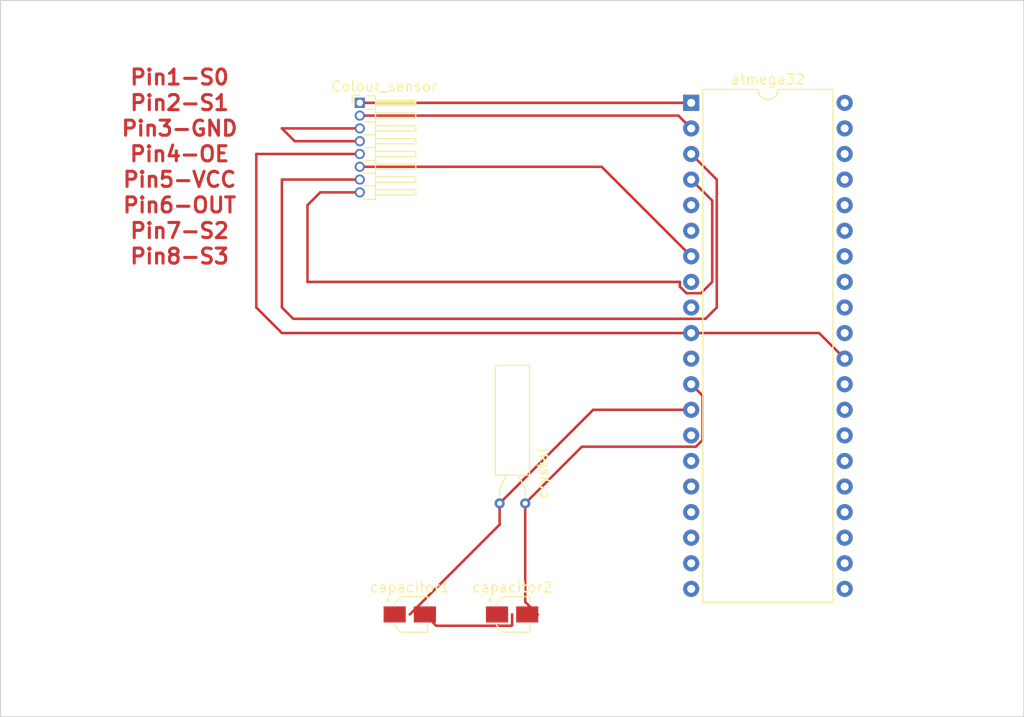
<source format=kicad_pcb>
(kicad_pcb (version 20211014) (generator pcbnew)
  (layers (0 "F.Cu" signal) (31 "B.Cu" signal) (34 "B.Paste" user) (35 "F.Paste" user) (36 "B.SilkS" user "B.Silkscreen") (37 "F.SilkS" user "F.Silkscreen") (38 "B.Mask" user) (39 "F.Mask" user) (44 "Edge.Cuts" user))
  (net 0 "")
  (net 1 "GND")
  (net 2 "Net-(C1-Pad2)")
  (net 3 "Net-(C2-Pad2)")
  (net 4 "Net-(IC1-Pad1)")
  (net 5 "Net-(IC1-Pad2)")
  (net 6 "Earth")
  (net 7 "+5V")
  (net 8 "Net-(IC1-Pad6)")
  (net 9 "Net-(IC1-Pad7)")
  (net 10 "Net-(IC1-Pad8)")
  (net 15 "Net-(U1-Pad11)")
  (footprint "Connector_PinHeader_1.27mm:PinHeader_1x08_P1.27mm_Horizontal" (layer "F.Cu") (at 116.955 66.04)
    (fp_text reference "Colour_sensor" (at 2.4325 -1.635) (layer "F.SilkS"))
    (fp_text value "TCS3200D-TR")
    (fp_line (start 5.56 0.26) (end 1.56 0.26) (layer "F.SilkS") (width 0.12))
    (fp_line (start 0.76 0.635) (end 1.56 0.635) (layer "F.SilkS") (width 0.12))
    (fp_line (start 1.56 -0.695) (end 1.56 9.585) (layer "F.SilkS") (width 0.12))
    (fp_line (start 5.56 7.36) (end 5.56 7.88) (layer "F.SilkS") (width 0.12))
    (fp_line (start 1.56 0.04) (end 5.56 0.04) (layer "F.SilkS") (width 0.12))
    (fp_line (start 1.56 1.01) (end 5.56 1.01) (layer "F.SilkS") (width 0.12))
    (fp_line (start 0.44 8.255) (end 1.56 8.255) (layer "F.SilkS") (width 0.12))
    (fp_line (start 0.44 9.585) (end 0.44 9.509677) (layer "F.SilkS") (width 0.12))
    (fp_line (start 5.56 5.34) (end 1.56 5.34) (layer "F.SilkS") (width 0.12))
    (fp_line (start 5.56 2.8) (end 1.56 2.8) (layer "F.SilkS") (width 0.12))
    (fp_line (start 0.76 -0.695) (end 1.56 -0.695) (layer "F.SilkS") (width 0.12))
    (fp_line (start 1.56 9.585) (end 0.44 9.585) (layer "F.SilkS") (width 0.12))
    (fp_line (start 5.56 4.07) (end 1.56 4.07) (layer "F.SilkS") (width 0.12))
    (fp_line (start 0.44 6.969677) (end 0.44 7.000323) (layer "F.SilkS") (width 0.12))
    (fp_line (start 1.56 4.82) (end 5.56 4.82) (layer "F.SilkS") (width 0.12))
    (fp_line (start 5.56 7.88) (end 1.56 7.88) (layer "F.SilkS") (width 0.12))
    (fp_line (start 1.56 2.28) (end 5.56 2.28) (layer "F.SilkS") (width 0.12))
    (fp_line (start 5.56 8.63) (end 5.56 9.15) (layer "F.SilkS") (width 0.12))
    (fp_line (start 1.56 -0.2) (end 5.56 -0.2) (layer "F.SilkS") (width 0.12))
    (fp_line (start 5.56 2.28) (end 5.56 2.8) (layer "F.SilkS") (width 0.12))
    (fp_line (start 0.44 5.699677) (end 0.44 5.730323) (layer "F.SilkS") (width 0.12))
    (fp_line (start 5.56 3.55) (end 5.56 4.07) (layer "F.SilkS") (width 0.12))
    (fp_line (start 1.56 7.36) (end 5.56 7.36) (layer "F.SilkS") (width 0.12))
    (fp_line (start 1.56 -0.26) (end 5.56 -0.26) (layer "F.SilkS") (width 0.12))
    (fp_line (start -0.76 0) (end -0.76 -0.76) (layer "F.SilkS") (width 0.12))
    (fp_line (start 5.56 1.53) (end 1.56 1.53) (layer "F.SilkS") (width 0.12))
    (fp_line (start 1.56 -0.08) (end 5.56 -0.08) (layer "F.SilkS") (width 0.12))
    (fp_line (start 1.56 8.63) (end 5.56 8.63) (layer "F.SilkS") (width 0.12))
    (fp_line (start 0.44 8.239677) (end 0.44 8.270323) (layer "F.SilkS") (width 0.12))
    (fp_line (start 0.44 6.985) (end 1.56 6.985) (layer "F.SilkS") (width 0.12))
    (fp_line (start 5.56 6.61) (end 1.56 6.61) (layer "F.SilkS") (width 0.12))
    (fp_line (start 0.44 4.445) (end 1.56 4.445) (layer "F.SilkS") (width 0.12))
    (fp_line (start 0.44 5.715) (end 1.56 5.715) (layer "F.SilkS") (width 0.12))
    (fp_line (start 0.44 1.905) (end 1.56 1.905) (layer "F.SilkS") (width 0.12))
    (fp_line (start 0.44 4.429677) (end 0.44 4.460323) (layer "F.SilkS") (width 0.12))
    (fp_line (start -0.76 -0.76) (end 0 -0.76) (layer "F.SilkS") (width 0.12))
    (fp_line (start 5.56 9.15) (end 1.56 9.15) (layer "F.SilkS") (width 0.12))
    (fp_line (start 5.56 6.09) (end 5.56 6.61) (layer "F.SilkS") (width 0.12))
    (fp_line (start 1.56 0.16) (end 5.56 0.16) (layer "F.SilkS") (width 0.12))
    (fp_line (start 5.56 4.82) (end 5.56 5.34) (layer "F.SilkS") (width 0.12))
    (fp_line (start 0.44 3.175) (end 1.56 3.175) (layer "F.SilkS") (width 0.12))
    (fp_line (start 5.56 1.01) (end 5.56 1.53) (layer "F.SilkS") (width 0.12))
    (fp_line (start 0.44 1.889677) (end 0.44 1.920323) (layer "F.SilkS") (width 0.12))
    (fp_line (start 5.56 -0.26) (end 5.56 0.26) (layer "F.SilkS") (width 0.12))
    (fp_line (start 1.56 3.55) (end 5.56 3.55) (layer "F.SilkS") (width 0.12))
    (fp_line (start 1.56 6.09) (end 5.56 6.09) (layer "F.SilkS") (width 0.12))
    (fp_line (start 0.44 3.159677) (end 0.44 3.190323) (layer "F.SilkS") (width 0.12))
    (pad "GND" thru_hole oval (at 0 2.54) (size 1 1) (drill 0.65) (layers *.Cu *.Mask) (net 6 "Earth"))
    (pad "OE" thru_hole oval (at 0 3.81) (size 1 1) (drill 0.65) (layers *.Cu *.Mask) (net 6 "Earth"))
    (pad "OUT" thru_hole oval (at 0 6.35) (size 1 1) (drill 0.65) (layers *.Cu *.Mask) (net 8 "Net-(IC1-Pad6)"))
    (pad "S0" thru_hole rect (at 0 0) (size 1 1) (drill 0.65) (layers *.Cu *.Mask) (net 4 "Net-(IC1-Pad1)"))
    (pad "S1" thru_hole oval (at 0 1.27) (size 1 1) (drill 0.65) (layers *.Cu *.Mask) (net 5 "Net-(IC1-Pad2)"))
    (pad "S2" thru_hole oval (at 0 7.62) (size 1 1) (drill 0.65) (layers *.Cu *.Mask) (net 9 "Net-(IC1-Pad7)"))
    (pad "S3" thru_hole oval (at 0 8.89) (size 1 1) (drill 0.65) (layers *.Cu *.Mask) (net 10 "Net-(IC1-Pad8)"))
    (pad "VCC" thru_hole oval (at 0 5.08) (size 1 1) (drill 0.65) (layers *.Cu *.Mask) (net 7 "+5V"))
  )
  (footprint "Capacitor_SMD:CP_Elec_3x5.3" (layer "F.Cu") (at 132.08 116.84)
    (fp_text reference "capacitor2" (at 0 -2.7) (layer "F.SilkS"))
    (fp_text value "C_Polarized_US")
    (fp_line (start -1.570563 1.06) (end -0.870563 1.76) (layer "F.SilkS") (width 0.12))
    (fp_line (start -0.870563 1.76) (end 1.76 1.76) (layer "F.SilkS") (width 0.12))
    (fp_line (start 1.76 -1.76) (end 1.76 -1.06) (layer "F.SilkS") (width 0.12))
    (fp_line (start -2.1875 -1.6225) (end -2.1875 -1.2475) (layer "F.SilkS") (width 0.12))
    (fp_line (start -0.870563 -1.76) (end 1.76 -1.76) (layer "F.SilkS") (width 0.12))
    (fp_line (start -1.570563 -1.06) (end -0.870563 -1.76) (layer "F.SilkS") (width 0.12))
    (fp_line (start -2.375 -1.435) (end -2 -1.435) (layer "F.SilkS") (width 0.12))
    (fp_line (start 1.76 1.76) (end 1.76 1.06) (layer "F.SilkS") (width 0.12))
    (pad "1" smd rect (at -1.5 0) (size 2.2 1.6) (layers "F.Cu" "F.Paste" "F.Mask") (net 1 "GND"))
    (pad "2" smd rect (at 1.5 0) (size 2.2 1.6) (layers "F.Cu" "F.Paste" "F.Mask") (net 2 "Net-(C1-Pad2)"))
  )
  (footprint "Package_DIP:DIP-40_W15.24mm" (layer "F.Cu") (at 149.86 66.04)
    (fp_text reference "atmega32" (at 7.62 -2.33) (layer "F.SilkS"))
    (fp_text value "ATmega32-16P")
    (fp_line (start 1.16 -1.33) (end 1.16 49.59) (layer "F.SilkS") (width 0.12))
    (fp_line (start 14.08 -1.33) (end 8.62 -1.33) (layer "F.SilkS") (width 0.12))
    (fp_line (start 6.62 -1.33) (end 1.16 -1.33) (layer "F.SilkS") (width 0.12))
    (fp_line (start 14.08 49.59) (end 14.08 -1.33) (layer "F.SilkS") (width 0.12))
    (fp_line (start 1.16 49.59) (end 14.08 49.59) (layer "F.SilkS") (width 0.12))
    (fp_arc (start 8.62 -1.33) (mid 7.62 -0.33) (end 6.62 -1.33) (layer "F.SilkS") (width 0.12))
    (pad "1" thru_hole rect (at 0 0) (size 1.6 1.6) (drill 0.8) (layers *.Cu *.Mask) (net 4 "Net-(IC1-Pad1)"))
    (pad "2" thru_hole oval (at 0 2.54) (size 1.6 1.6) (drill 0.8) (layers *.Cu *.Mask) (net 5 "Net-(IC1-Pad2)"))
    (pad "3" thru_hole oval (at 0 5.08) (size 1.6 1.6) (drill 0.8) (layers *.Cu *.Mask) (net 9 "Net-(IC1-Pad7)"))
    (pad "4" thru_hole oval (at 0 7.62) (size 1.6 1.6) (drill 0.8) (layers *.Cu *.Mask) (net 10 "Net-(IC1-Pad8)"))
    (pad "5" thru_hole oval (at 0 10.16) (size 1.6 1.6) (drill 0.8) (layers *.Cu *.Mask))
    (pad "6" thru_hole oval (at 0 12.7) (size 1.6 1.6) (drill 0.8) (layers *.Cu *.Mask))
    (pad "7" thru_hole oval (at 0 15.24) (size 1.6 1.6) (drill 0.8) (layers *.Cu *.Mask) (net 8 "Net-(IC1-Pad6)"))
    (pad "8" thru_hole oval (at 0 17.78) (size 1.6 1.6) (drill 0.8) (layers *.Cu *.Mask))
    (pad "9" thru_hole oval (at 0 20.32) (size 1.6 1.6) (drill 0.8) (layers *.Cu *.Mask))
    (pad "10" thru_hole oval (at 0 22.86) (size 1.6 1.6) (drill 0.8) (layers *.Cu *.Mask) (net 7 "+5V"))
    (pad "11" thru_hole oval (at 0 25.4) (size 1.6 1.6) (drill 0.8) (layers *.Cu *.Mask) (net 15 "Net-(U1-Pad11)"))
    (pad "12" thru_hole oval (at 0 27.94) (size 1.6 1.6) (drill 0.8) (layers *.Cu *.Mask) (net 2 "Net-(C1-Pad2)"))
    (pad "13" thru_hole oval (at 0 30.48) (size 1.6 1.6) (drill 0.8) (layers *.Cu *.Mask) (net 3 "Net-(C2-Pad2)"))
    (pad "14" thru_hole oval (at 0 33.02) (size 1.6 1.6) (drill 0.8) (layers *.Cu *.Mask))
    (pad "15" thru_hole oval (at 0 35.56) (size 1.6 1.6) (drill 0.8) (layers *.Cu *.Mask))
    (pad "16" thru_hole oval (at 0 38.1) (size 1.6 1.6) (drill 0.8) (layers *.Cu *.Mask))
    (pad "17" thru_hole oval (at 0 40.64) (size 1.6 1.6) (drill 0.8) (layers *.Cu *.Mask))
    (pad "18" thru_hole oval (at 0 43.18) (size 1.6 1.6) (drill 0.8) (layers *.Cu *.Mask))
    (pad "19" thru_hole oval (at 0 45.72) (size 1.6 1.6) (drill 0.8) (layers *.Cu *.Mask))
    (pad "20" thru_hole oval (at 0 48.26) (size 1.6 1.6) (drill 0.8) (layers *.Cu *.Mask))
    (pad "21" thru_hole oval (at 15.24 48.26) (size 1.6 1.6) (drill 0.8) (layers *.Cu *.Mask))
    (pad "22" thru_hole oval (at 15.24 45.72) (size 1.6 1.6) (drill 0.8) (layers *.Cu *.Mask))
    (pad "23" thru_hole oval (at 15.24 43.18) (size 1.6 1.6) (drill 0.8) (layers *.Cu *.Mask))
    (pad "24" thru_hole oval (at 15.24 40.64) (size 1.6 1.6) (drill 0.8) (layers *.Cu *.Mask))
    (pad "25" thru_hole oval (at 15.24 38.1) (size 1.6 1.6) (drill 0.8) (layers *.Cu *.Mask))
    (pad "26" thru_hole oval (at 15.24 35.56) (size 1.6 1.6) (drill 0.8) (layers *.Cu *.Mask))
    (pad "27" thru_hole oval (at 15.24 33.02) (size 1.6 1.6) (drill 0.8) (layers *.Cu *.Mask))
    (pad "28" thru_hole oval (at 15.24 30.48) (size 1.6 1.6) (drill 0.8) (layers *.Cu *.Mask))
    (pad "29" thru_hole oval (at 15.24 27.94) (size 1.6 1.6) (drill 0.8) (layers *.Cu *.Mask))
    (pad "30" thru_hole oval (at 15.24 25.4) (size 1.6 1.6) (drill 0.8) (layers *.Cu *.Mask) (net 7 "+5V"))
    (pad "31" thru_hole oval (at 15.24 22.86) (size 1.6 1.6) (drill 0.8) (layers *.Cu *.Mask) (net 15 "Net-(U1-Pad11)"))
    (pad "32" thru_hole oval (at 15.24 20.32) (size 1.6 1.6) (drill 0.8) (layers *.Cu *.Mask))
    (pad "33" thru_hole oval (at 15.24 17.78) (size 1.6 1.6) (drill 0.8) (layers *.Cu *.Mask))
    (pad "34" thru_hole oval (at 15.24 15.24) (size 1.6 1.6) (drill 0.8) (layers *.Cu *.Mask))
    (pad "35" thru_hole oval (at 15.24 12.7) (size 1.6 1.6) (drill 0.8) (layers *.Cu *.Mask))
    (pad "36" thru_hole oval (at 15.24 10.16) (size 1.6 1.6) (drill 0.8) (layers *.Cu *.Mask))
    (pad "37" thru_hole oval (at 15.24 7.62) (size 1.6 1.6) (drill 0.8) (layers *.Cu *.Mask))
    (pad "38" thru_hole oval (at 15.24 5.08) (size 1.6 1.6) (drill 0.8) (layers *.Cu *.Mask))
    (pad "39" thru_hole oval (at 15.24 2.54) (size 1.6 1.6) (drill 0.8) (layers *.Cu *.Mask))
    (pad "40" thru_hole oval (at 15.24 0) (size 1.6 1.6) (drill 0.8) (layers *.Cu *.Mask))
  )
  (footprint "Capacitor_SMD:CP_Elec_3x5.3" (layer "F.Cu") (at 121.92 116.84)
    (fp_text reference "capacitor1" (at 0 -2.7) (layer "F.SilkS"))
    (fp_text value "C_Polarized_US")
    (fp_line (start -2.1875 -1.6225) (end -2.1875 -1.2475) (layer "F.SilkS") (width 0.12))
    (fp_line (start -1.570563 1.06) (end -0.870563 1.76) (layer "F.SilkS") (width 0.12))
    (fp_line (start -1.570563 -1.06) (end -0.870563 -1.76) (layer "F.SilkS") (width 0.12))
    (fp_line (start -2.375 -1.435) (end -2 -1.435) (layer "F.SilkS") (width 0.12))
    (fp_line (start -0.870563 -1.76) (end 1.76 -1.76) (layer "F.SilkS") (width 0.12))
    (fp_line (start 1.76 -1.76) (end 1.76 -1.06) (layer "F.SilkS") (width 0.12))
    (fp_line (start 1.76 1.76) (end 1.76 1.06) (layer "F.SilkS") (width 0.12))
    (fp_line (start -0.870563 1.76) (end 1.76 1.76) (layer "F.SilkS") (width 0.12))
    (pad "1" smd rect (at -1.5 0) (size 2.2 1.6) (layers "F.Cu" "F.Paste" "F.Mask") (net 1 "GND"))
    (pad "2" smd rect (at 1.5 0) (size 2.2 1.6) (layers "F.Cu" "F.Paste" "F.Mask") (net 3 "Net-(C2-Pad2)"))
  )
  (footprint "Crystal:Crystal_AT310_D3.0mm_L10.0mm_Horizontal" (layer "F.Cu") (at 133.38 105.81 180)
    (fp_text reference "crystal" (at -1.75 3 90) (layer "F.SilkS"))
    (fp_text value "Crystal")
    (fp_line (start -0.43 13.7) (end 2.97 13.7) (layer "F.SilkS") (width 0.12))
    (fp_line (start 0 1.4) (end 0 0.7) (layer "F.SilkS") (width 0.12))
    (fp_line (start 0.67 2.8) (end 0 1.4) (layer "F.SilkS") (width 0.12))
    (fp_line (start -0.43 2.8) (end -0.43 13.7) (layer "F.SilkS") (width 0.12))
    (fp_line (start 2.97 2.8) (end -0.43 2.8) (layer "F.SilkS") (width 0.12))
    (fp_line (start 2.97 13.7) (end 2.97 2.8) (layer "F.SilkS") (width 0.12))
    (fp_line (start 1.87 2.8) (end 2.54 1.4) (layer "F.SilkS") (width 0.12))
    (fp_line (start 2.54 1.4) (end 2.54 0.7) (layer "F.SilkS") (width 0.12))
    (pad "1" thru_hole circle (at 0 0 180) (size 1 1) (drill 0.5) (layers *.Cu *.Mask) (net 2 "Net-(C1-Pad2)"))
    (pad "2" thru_hole circle (at 2.54 0 180) (size 1 1) (drill 0.5) (layers *.Cu *.Mask) (net 3 "Net-(C2-Pad2)"))
  )
  (gr_line (start 182.88 121.92) (end 182.88 127) (layer "Edge.Cuts") (width 0.1))
  (gr_line (start 81.28 55.88) (end 93.98 55.88) (layer "Edge.Cuts") (width 0.1))
  (gr_line (start 93.98 55.88) (end 182.88 55.88) (layer "Edge.Cuts") (width 0.1))
  (gr_line (start 182.88 127) (end 81.28 127) (layer "Edge.Cuts") (width 0.1))
  (gr_line (start 81.28 127) (end 81.28 55.88) (layer "Edge.Cuts") (width 0.1))
  (gr_line (start 182.88 55.88) (end 182.88 121.92) (layer "Edge.Cuts") (width 0.1))
  (gr_text "Pin4-OE" (at 99.06 71.12) (layer "F.Cu") (effects (font (size 1.5 1.5) (thickness 0.3))))
  (gr_text "Pin6-OUT" (at 99.06 76.2) (layer "F.Cu") (effects (font (size 1.5 1.5) (thickness 0.3))))
  (gr_text "Pin7-S2" (at 99.06 78.74) (layer "F.Cu") (effects (font (size 1.5 1.5) (thickness 0.3))))
  (gr_text "Pin1-S0" (at 99.06 63.5) (layer "F.Cu") (effects (font (size 1.5 1.5) (thickness 0.3))))
  (gr_text "Pin5-VCC" (at 99.06 73.66) (layer "F.Cu") (effects (font (size 1.5 1.5) (thickness 0.3))))
  (gr_text "Pin3-GND" (at 99.06 68.58) (layer "F.Cu") (effects (font (size 1.5 1.5) (thickness 0.3))))
  (gr_text "Pin8-S3" (at 99.06 81.28) (layer "F.Cu") (effects (font (size 1.5 1.5) (thickness 0.3))))
  (gr_text "Pin2-S1" (at 99.06 66.04) (layer "F.Cu") (effects (font (size 1.5 1.5) (thickness 0.3))))
  (segment (start 134.62 116.84) (end 133.58 116.84) (width 0.25) (layer "F.Cu") (net 2))
  (segment (start 133.38 105.81) (end 133.38 115.6) (width 0.25) (layer "F.Cu") (net 2))
  (segment (start 150.984511 95.104511) (end 149.86 93.98) (width 0.25) (layer "F.Cu") (net 2))
  (segment (start 133.38 115.6) (end 134.62 116.84) (width 0.25) (layer "F.Cu") (net 2))
  (segment (start 133.38 105.81) (end 139.005489 100.184511) (width 0.25) (layer "F.Cu") (net 2))
  (segment (start 150.984511 99.525789) (end 150.984511 95.104511) (width 0.25) (layer "F.Cu") (net 2))
  (segment (start 150.325789 100.184511) (end 150.984511 99.525789) (width 0.25) (layer "F.Cu") (net 2))
  (segment (start 139.005489 100.184511) (end 150.325789 100.184511) (width 0.25) (layer "F.Cu") (net 2))
  (segment (start 130.84 105.81) (end 140.13 96.52) (width 0.25) (layer "F.Cu") (net 3))
  (segment (start 130.84 105.81) (end 130.84 107.92) (width 0.25) (layer "F.Cu") (net 3))
  (segment (start 123.42 116.84) (end 124.544511 117.964511) (width 0.25) (layer "F.Cu") (net 3))
  (segment (start 132.004511 117.964511) (end 132.08 117.889022) (width 0.25) (layer "F.Cu") (net 3))
  (segment (start 140.13 96.52) (end 149.86 96.52) (width 0.25) (layer "F.Cu") (net 3))
  (segment (start 132.08 117.889022) (end 132.08 116.84) (width 0.25) (layer "F.Cu") (net 3))
  (segment (start 124.544511 117.964511) (end 132.004511 117.964511) (width 0.25) (layer "F.Cu") (net 3))
  (segment (start 130.84 107.92) (end 121.92 116.84) (width 0.25) (layer "F.Cu") (net 3))
  (segment (start 116.955 66.04) (end 149.86 66.04) (width 0.25) (layer "F.Cu") (net 4))
  (segment (start 148.59 67.31) (end 149.86 68.58) (width 0.25) (layer "F.Cu") (net 5))
  (segment (start 116.955 67.31) (end 148.59 67.31) (width 0.25) (layer "F.Cu") (net 5))
  (segment (start 116.955 69.85) (end 110.49 69.85) (width 0.25) (layer "F.Cu") (net 6))
  (segment (start 109.22 68.58) (end 116.955 68.58) (width 0.25) (layer "F.Cu") (net 6))
  (segment (start 110.49 69.85) (end 109.22 68.58) (width 0.25) (layer "F.Cu") (net 6))
  (segment (start 109.22 88.9) (end 149.86 88.9) (width 0.25) (layer "F.Cu") (net 7))
  (segment (start 162.56 88.9) (end 165.1 91.44) (width 0.25) (layer "F.Cu") (net 7))
  (segment (start 106.68 71.12) (end 106.68 86.36) (width 0.25) (layer "F.Cu") (net 7))
  (segment (start 116.955 71.12) (end 106.68 71.12) (width 0.25) (layer "F.Cu") (net 7))
  (segment (start 106.68 86.36) (end 109.22 88.9) (width 0.25) (layer "F.Cu") (net 7))
  (segment (start 149.86 88.9) (end 162.56 88.9) (width 0.25) (layer "F.Cu") (net 7))
  (segment (start 140.97 72.39) (end 149.86 81.28) (width 0.25) (layer "F.Cu") (net 8))
  (segment (start 116.955 72.39) (end 140.97 72.39) (width 0.25) (layer "F.Cu") (net 8))
  (segment (start 151.275489 87.484511) (end 152.4 86.36) (width 0.25) (layer "F.Cu") (net 9))
  (segment (start 152.4 73.66) (end 149.86 71.12) (width 0.25) (layer "F.Cu") (net 9))
  (segment (start 109.22 86.36) (end 110.344511 87.484511) (width 0.25) (layer "F.Cu") (net 9))
  (segment (start 110.344511 87.484511) (end 151.275489 87.484511) (width 0.25) (layer "F.Cu") (net 9))
  (segment (start 116.955 73.66) (end 109.22 73.66) (width 0.25) (layer "F.Cu") (net 9))
  (segment (start 109.22 73.66) (end 109.22 86.36) (width 0.25) (layer "F.Cu") (net 9))
  (segment (start 152.4 86.36) (end 152.4 73.66) (width 0.25) (layer "F.Cu") (net 9))
  (segment (start 151.95048 75.75048) (end 149.86 73.66) (width 0.25) (layer "F.Cu") (net 10))
  (segment (start 111.76 83.82) (end 148.735489 83.82) (width 0.25) (layer "F.Cu") (net 10))
  (segment (start 113.03 74.93) (end 111.76 76.2) (width 0.25) (layer "F.Cu") (net 10))
  (segment (start 116.955 74.93) (end 113.03 74.93) (width 0.25) (layer "F.Cu") (net 10))
  (segment (start 148.735489 83.82) (end 148.735489 84.285789) (width 0.25) (layer "F.Cu") (net 10))
  (segment (start 150.825969 84.944511) (end 151.95048 83.82) (width 0.25) (layer "F.Cu") (net 10))
  (segment (start 149.394211 84.944511) (end 150.825969 84.944511) (width 0.25) (layer "F.Cu") (net 10))
  (segment (start 151.95048 83.82) (end 151.95048 75.75048) (width 0.25) (layer "F.Cu") (net 10))
  (segment (start 111.76 76.2) (end 111.76 83.82) (width 0.25) (layer "F.Cu") (net 10))
  (segment (start 148.735489 84.285789) (end 149.394211 84.944511) (width 0.25) (layer "F.Cu") (net 10))
)
</source>
